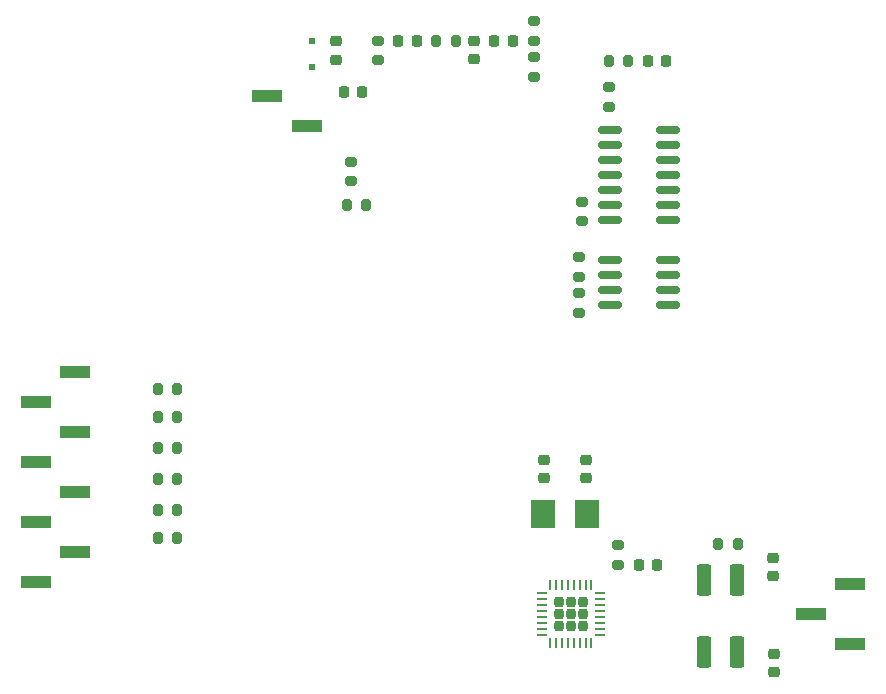
<source format=gtp>
%TF.GenerationSoftware,KiCad,Pcbnew,(6.0.4-0)*%
%TF.CreationDate,2022-04-21T23:00:07-07:00*%
%TF.ProjectId,Labpass RFID Reader,4c616270-6173-4732-9052-464944205265,0.1.0*%
%TF.SameCoordinates,Original*%
%TF.FileFunction,Paste,Top*%
%TF.FilePolarity,Positive*%
%FSLAX46Y46*%
G04 Gerber Fmt 4.6, Leading zero omitted, Abs format (unit mm)*
G04 Created by KiCad (PCBNEW (6.0.4-0)) date 2022-04-21 23:00:07*
%MOMM*%
%LPD*%
G01*
G04 APERTURE LIST*
G04 Aperture macros list*
%AMRoundRect*
0 Rectangle with rounded corners*
0 $1 Rounding radius*
0 $2 $3 $4 $5 $6 $7 $8 $9 X,Y pos of 4 corners*
0 Add a 4 corners polygon primitive as box body*
4,1,4,$2,$3,$4,$5,$6,$7,$8,$9,$2,$3,0*
0 Add four circle primitives for the rounded corners*
1,1,$1+$1,$2,$3*
1,1,$1+$1,$4,$5*
1,1,$1+$1,$6,$7*
1,1,$1+$1,$8,$9*
0 Add four rect primitives between the rounded corners*
20,1,$1+$1,$2,$3,$4,$5,0*
20,1,$1+$1,$4,$5,$6,$7,0*
20,1,$1+$1,$6,$7,$8,$9,0*
20,1,$1+$1,$8,$9,$2,$3,0*%
G04 Aperture macros list end*
%ADD10RoundRect,0.200000X0.200000X0.275000X-0.200000X0.275000X-0.200000X-0.275000X0.200000X-0.275000X0*%
%ADD11RoundRect,0.225000X0.225000X0.250000X-0.225000X0.250000X-0.225000X-0.250000X0.225000X-0.250000X0*%
%ADD12R,0.500000X0.500000*%
%ADD13R,2.000000X2.400000*%
%ADD14RoundRect,0.250000X-0.375000X-1.075000X0.375000X-1.075000X0.375000X1.075000X-0.375000X1.075000X0*%
%ADD15RoundRect,0.225000X-0.225000X-0.250000X0.225000X-0.250000X0.225000X0.250000X-0.225000X0.250000X0*%
%ADD16R,2.510000X1.000000*%
%ADD17RoundRect,0.200000X-0.200000X-0.275000X0.200000X-0.275000X0.200000X0.275000X-0.200000X0.275000X0*%
%ADD18RoundRect,0.200000X-0.275000X0.200000X-0.275000X-0.200000X0.275000X-0.200000X0.275000X0.200000X0*%
%ADD19RoundRect,0.200000X0.275000X-0.200000X0.275000X0.200000X-0.275000X0.200000X-0.275000X-0.200000X0*%
%ADD20RoundRect,0.225000X-0.250000X0.225000X-0.250000X-0.225000X0.250000X-0.225000X0.250000X0.225000X0*%
%ADD21RoundRect,0.225000X0.250000X-0.225000X0.250000X0.225000X-0.250000X0.225000X-0.250000X-0.225000X0*%
%ADD22RoundRect,0.150000X-0.825000X-0.150000X0.825000X-0.150000X0.825000X0.150000X-0.825000X0.150000X0*%
%ADD23RoundRect,0.207500X0.207500X-0.207500X0.207500X0.207500X-0.207500X0.207500X-0.207500X-0.207500X0*%
%ADD24RoundRect,0.062500X0.062500X-0.375000X0.062500X0.375000X-0.062500X0.375000X-0.062500X-0.375000X0*%
%ADD25RoundRect,0.062500X0.375000X-0.062500X0.375000X0.062500X-0.375000X0.062500X-0.375000X-0.062500X0*%
%ADD26RoundRect,0.250000X0.375000X1.075000X-0.375000X1.075000X-0.375000X-1.075000X0.375000X-1.075000X0*%
G04 APERTURE END LIST*
D10*
%TO.C,R15*%
X121091182Y-100360280D03*
X119441182Y-100360280D03*
%TD*%
D11*
%TO.C,C4*%
X149516169Y-65882169D03*
X147966169Y-65882169D03*
%TD*%
D12*
%TO.C,D1*%
X132483169Y-68110169D03*
X132483169Y-65910169D03*
%TD*%
D13*
%TO.C,Y1*%
X155775169Y-105922169D03*
X152075169Y-105922169D03*
%TD*%
D14*
%TO.C,L2*%
X165733169Y-111510169D03*
X168533169Y-111510169D03*
%TD*%
D15*
%TO.C,C19*%
X160184169Y-110238169D03*
X161734169Y-110238169D03*
%TD*%
%TO.C,C8*%
X135234865Y-70228169D03*
X136784865Y-70228169D03*
%TD*%
D16*
%TO.C,L1*%
X132055000Y-73070000D03*
X128745000Y-70530000D03*
%TD*%
D10*
%TO.C,R20*%
X121091182Y-107960280D03*
X119441182Y-107960280D03*
%TD*%
D17*
%TO.C,R14*%
X166916169Y-108460169D03*
X168566169Y-108460169D03*
%TD*%
%TO.C,R5*%
X157644169Y-67566169D03*
X159294169Y-67566169D03*
%TD*%
D18*
%TO.C,R4*%
X157644169Y-69789169D03*
X157644169Y-71439169D03*
%TD*%
D10*
%TO.C,R10*%
X137091182Y-79760280D03*
X135441182Y-79760280D03*
%TD*%
D18*
%TO.C,R3*%
X155104169Y-87252169D03*
X155104169Y-88902169D03*
%TD*%
D10*
%TO.C,R16*%
X121091182Y-95360280D03*
X119441182Y-95360280D03*
%TD*%
D16*
%TO.C,J2*%
X112455000Y-93910000D03*
X109145000Y-96450000D03*
X112455000Y-98990000D03*
X109145000Y-101530000D03*
X112455000Y-104070000D03*
X109145000Y-106610000D03*
X112455000Y-109150000D03*
X109145000Y-111690000D03*
%TD*%
D19*
%TO.C,R9*%
X138086169Y-67532169D03*
X138086169Y-65882169D03*
%TD*%
D11*
%TO.C,C3*%
X162476169Y-67566169D03*
X160926169Y-67566169D03*
%TD*%
D20*
%TO.C,C17*%
X155703169Y-101322169D03*
X155703169Y-102872169D03*
%TD*%
D10*
%TO.C,R18*%
X121091182Y-102960280D03*
X119441182Y-102960280D03*
%TD*%
D18*
%TO.C,R7*%
X151294169Y-67280169D03*
X151294169Y-68930169D03*
%TD*%
D21*
%TO.C,C18*%
X152147169Y-102872169D03*
X152147169Y-101322169D03*
%TD*%
D16*
%TO.C,J1*%
X178055000Y-116940000D03*
X174745000Y-114400000D03*
X178055000Y-111860000D03*
%TD*%
D10*
%TO.C,R8*%
X144690169Y-65882169D03*
X143040169Y-65882169D03*
%TD*%
D15*
%TO.C,C6*%
X139838169Y-65882169D03*
X141388169Y-65882169D03*
%TD*%
D22*
%TO.C,U3*%
X157709169Y-73408169D03*
X157709169Y-74678169D03*
X157709169Y-75948169D03*
X157709169Y-77218169D03*
X157709169Y-78488169D03*
X157709169Y-79758169D03*
X157709169Y-81028169D03*
X162659169Y-81028169D03*
X162659169Y-79758169D03*
X162659169Y-78488169D03*
X162659169Y-77218169D03*
X162659169Y-75948169D03*
X162659169Y-74678169D03*
X162659169Y-73408169D03*
%TD*%
D10*
%TO.C,R17*%
X121091182Y-97760280D03*
X119441182Y-97760280D03*
%TD*%
D21*
%TO.C,C20*%
X171526169Y-111172169D03*
X171526169Y-109622169D03*
%TD*%
D22*
%TO.C,U2*%
X157709169Y-84457169D03*
X157709169Y-85727169D03*
X157709169Y-86997169D03*
X157709169Y-88267169D03*
X162659169Y-88267169D03*
X162659169Y-86997169D03*
X162659169Y-85727169D03*
X162659169Y-84457169D03*
%TD*%
D10*
%TO.C,R19*%
X121091182Y-105560280D03*
X119441182Y-105560280D03*
%TD*%
D21*
%TO.C,C21*%
X171626169Y-119322169D03*
X171626169Y-117772169D03*
%TD*%
D19*
%TO.C,R11*%
X135851182Y-77760280D03*
X135851182Y-76110280D03*
%TD*%
D23*
%TO.C,U4*%
X155463169Y-114400169D03*
X153403169Y-114400169D03*
X155463169Y-115430169D03*
X154433169Y-115430169D03*
X154433169Y-113370169D03*
X154433169Y-114400169D03*
X153403169Y-115430169D03*
X153403169Y-113370169D03*
X155463169Y-113370169D03*
D24*
X152683169Y-116837669D03*
X153183169Y-116837669D03*
X153683169Y-116837669D03*
X154183169Y-116837669D03*
X154683169Y-116837669D03*
X155183169Y-116837669D03*
X155683169Y-116837669D03*
X156183169Y-116837669D03*
D25*
X156870669Y-116150169D03*
X156870669Y-115650169D03*
X156870669Y-115150169D03*
X156870669Y-114650169D03*
X156870669Y-114150169D03*
X156870669Y-113650169D03*
X156870669Y-113150169D03*
X156870669Y-112650169D03*
D24*
X156183169Y-111962669D03*
X155683169Y-111962669D03*
X155183169Y-111962669D03*
X154683169Y-111962669D03*
X154183169Y-111962669D03*
X153683169Y-111962669D03*
X153183169Y-111962669D03*
X152683169Y-111962669D03*
D25*
X151995669Y-112650169D03*
X151995669Y-113150169D03*
X151995669Y-113650169D03*
X151995669Y-114150169D03*
X151995669Y-114650169D03*
X151995669Y-115150169D03*
X151995669Y-115650169D03*
X151995669Y-116150169D03*
%TD*%
D18*
%TO.C,R1*%
X155358169Y-79504169D03*
X155358169Y-81154169D03*
%TD*%
D26*
%TO.C,L3*%
X168533169Y-117604169D03*
X165733169Y-117604169D03*
%TD*%
D20*
%TO.C,C5*%
X146214169Y-65882169D03*
X146214169Y-67432169D03*
%TD*%
D18*
%TO.C,R2*%
X155104169Y-84204169D03*
X155104169Y-85854169D03*
%TD*%
D20*
%TO.C,C7*%
X134530169Y-65910169D03*
X134530169Y-67460169D03*
%TD*%
D18*
%TO.C,R6*%
X151294169Y-64232169D03*
X151294169Y-65882169D03*
%TD*%
%TO.C,R13*%
X158406169Y-108588169D03*
X158406169Y-110238169D03*
%TD*%
M02*

</source>
